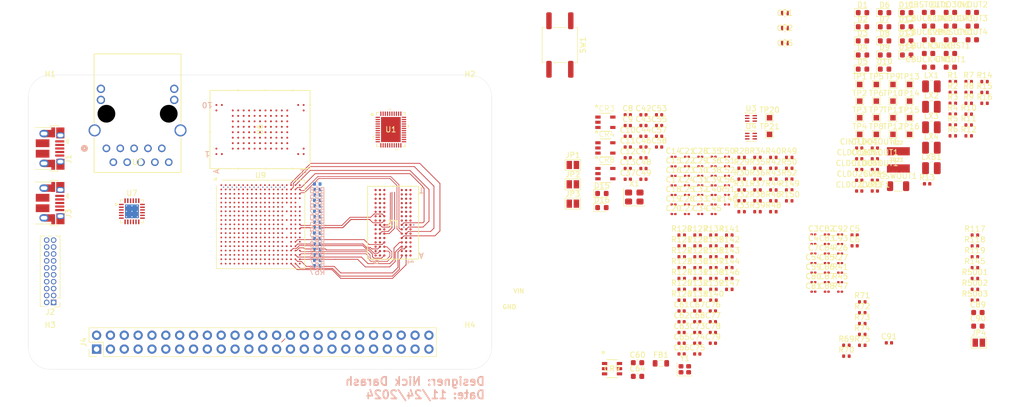
<source format=kicad_pcb>
(kicad_pcb (version 20241229) (generator "pcbnew") (generator_version "9.0")
  (layers (0 "F.Cu" signal "Front") (4 "In1.Cu" signal) (6 "In2.Cu" signal) (8 "In3.Cu" signal) (10 "In4.Cu" signal) (2 "B.Cu" signal "Back") (13 "F.Paste" user) (15 "B.Paste" user) (5 "F.SilkS" user "F.Silkscreen") (7 "B.SilkS" user "B.Silkscreen") (1 "F.Mask" user) (3 "B.Mask" user) (25 "Edge.Cuts" user))
  (net 0 "")
  (net 1 "/MPU/DDR_VREF")
  (net 2 "GND")
  (net 3 "/MPU/VDD_DDR")
  (net 4 "/MPU/OSC_IN")
  (net 5 "/MPU/VDDCORE")
  (net 6 "VDD")
  (net 7 "/MPU/VDD_DSI")
  (net 8 "/MPU/VDD1V2_DSI_PHY")
  (net 9 "/MPU/VDD3V3_USB")
  (net 10 "/MPU/VDDA")
  (net 11 "/MPU/VBUS_HOST")
  (net 12 "Net-(U8-RCT)")
  (net 13 "/Power/BSTOUT")
  (net 14 "VIN")
  (net 15 "/Power/INTLDO")
  (net 16 "/NAND/VDD")
  (net 17 "/Power/LDO3OUT")
  (net 18 "/Power/LDO5OUT")
  (net 19 "/Power/LDO6OUT")
  (net 20 "/MPU/VBUS_OTG")
  (net 21 "/MPU/USB_OTG_ID")
  (net 22 "/MPU/JTCK")
  (net 23 "/MPU/JTDI")
  (net 24 "/MPU/nTRST")
  (net 25 "/MPU/JTMS")
  (net 26 "/MPU/DBGRQ")
  (net 27 "/MPU/JTDO")
  (net 28 "/MPU/DBGACK")
  (net 29 "/Power/SCL")
  (net 30 "/Power/SDA")
  (net 31 "/MPU/UART4_RX")
  (net 32 "/Power/VOUT4")
  (net 33 "/MPU/ETH_CLK_R")
  (net 34 "/MPU/ETH1_RMII_TX_EN_R")
  (net 35 "/MPU/ETH1_RMII_TXD1_R")
  (net 36 "/MPU/ETH1_RMII_TXD0_R")
  (net 37 "/MPU/ETH1_MDIO")
  (net 38 "/MPU/ETH1_MDC_R")
  (net 39 "/MPU/OSC_OUT")
  (net 40 "/MPU/SDMMC2_CMD")
  (net 41 "/MPU/SDMMC2_CLK")
  (net 42 "/MPU/SDMMC2_D0")
  (net 43 "/Ethernet/GREEN")
  (net 44 "/Ethernet/YELLOW")
  (net 45 "/Ethernet/LED2")
  (net 46 "/Ethernet/MODE0")
  (net 47 "/Ethernet/MODE1")
  (net 48 "/Ethernet/MODE2")
  (net 49 "/Ethernet/REFCLKO")
  (net 50 "/MPU/PWR_ON")
  (net 51 "/MPU/A7")
  (net 52 "/MPU/A10")
  (net 53 "/MPU/A15")
  (net 54 "/MPU/SDMMC2_D4")
  (net 55 "/MPU/SDMMC2_D1")
  (net 56 "/MPU/SDMMC2_D7")
  (net 57 "/MPU/SDMMC2_D6")
  (net 58 "/MPU/SDMMC2_D2")
  (net 59 "/MPU/SDMMC2_D5")
  (net 60 "/MPU/SDMMC2_D3")
  (net 61 "/Ethernet/LED1")
  (net 62 "/MPU/SDMMC2_STROBE")
  (net 63 "/MPU/SDMMC2_RESET")
  (net 64 "/MPU/USB_D2_P")
  (net 65 "/MPU/USB_D2_N")
  (net 66 "/MPU/USB_D1_N")
  (net 67 "/MPU/USB_D1_P")
  (net 68 "/MPU/ETH1_RMII_REF_CLK")
  (net 69 "Net-(X1-Vdd)")
  (net 70 "/MPU/nRST_CORE")
  (net 71 "Net-(X1-EN)")
  (net 72 "/MPU/VDD1V8_DSI")
  (net 73 "/MPU/VDD1V1_REG")
  (net 74 "/Ethernet/VDDCR")
  (net 75 "/Ethernet/VDDA")
  (net 76 "Net-(C73-Pad2)")
  (net 77 "Net-(C74-Pad2)")
  (net 78 "GND_CHS")
  (net 79 "Net-(C76-Pad1)")
  (net 80 "Net-(C77-Pad1)")
  (net 81 "Net-(C78-Pad1)")
  (net 82 "Net-(C79-Pad1)")
  (net 83 "/NAND/VDDI")
  (net 84 "/MPU/UART4_CTS")
  (net 85 "/MPU/UART4_RTS")
  (net 86 "/MPU/UART4_TX")
  (net 87 "/Ethernet/TXP")
  (net 88 "/Ethernet/RXP")
  (net 89 "/Ethernet/RXN")
  (net 90 "/Ethernet/TXN")
  (net 91 "Net-(D1-K)")
  (net 92 "Net-(D2-K)")
  (net 93 "Net-(D3-K)")
  (net 94 "Net-(D4-K)")
  (net 95 "Net-(D5-K)")
  (net 96 "Net-(D6-K)")
  (net 97 "Net-(D7-K)")
  (net 98 "Net-(D8-K)")
  (net 99 "Net-(D9-K)")
  (net 100 "Net-(D10-K)")
  (net 101 "Net-(D11-K)")
  (net 102 "Net-(D12-K)")
  (net 103 "Net-(D13-K)")
  (net 104 "Net-(D14-K)")
  (net 105 "Net-(D15-K)")
  (net 106 "Net-(D16-K)")
  (net 107 "/MPU/OTG_N")
  (net 108 "/MPU/OTG_P")
  (net 109 "Net-(J2-RTCK)")
  (net 110 "/MPU/USB_N")
  (net 111 "/MPU/USB_P")
  (net 151 "unconnected-(J4-Pin_18-Pad18)")
  (net 153 "Net-(JP1-B)")
  (net 154 "/MPU/BOOT0")
  (net 155 "/MPU/BOOT1")
  (net 156 "Net-(JP2-B)")
  (net 157 "Net-(JP3-B)")
  (net 158 "/MPU/BOOT2")
  (net 159 "/NAND/DS_NAND")
  (net 160 "/Power/VLX3")
  (net 161 "/Power/VLX1")
  (net 162 "/Power/VLX4")
  (net 163 "/Power/VLX2")
  (net 164 "/Power/VLXBST")
  (net 165 "/Memory/ZQ")
  (net 166 "/MPU/DDR_CLKN")
  (net 167 "/MPU/DDR_CLKP")
  (net 168 "/Ethernet/ETH_CLK")
  (net 169 "/Ethernet/TXEN")
  (net 170 "/Ethernet/TXD1")
  (net 171 "/Ethernet/TXD0")
  (net 172 "/Ethernet/MDC")
  (net 173 "Net-(U2-BA0)")
  (net 174 "/MPU/DDR_BA0")
  (net 175 "Net-(U2-BA1)")
  (net 176 "/MPU/DDR_BA1")
  (net 177 "/MPU/DDR_BA2")
  (net 178 "Net-(U2-BA2)")
  (net 179 "/MPU/DDR_RESETn")
  (net 180 "/MPU/DDR_CKE")
  (net 181 "/MPU/ZQ")
  (net 182 "Net-(U2-A15)")
  (net 183 "Net-(U2-A14)")
  (net 184 "/MPU/A14")
  (net 185 "/MPU/A13")
  (net 186 "Net-(U2-A13)")
  (net 187 "Net-(U2-A12{slash}BC#)")
  (net 188 "/MPU/A12")
  (net 189 "Net-(U2-A11)")
  (net 190 "/MPU/A11")
  (net 191 "Net-(U2-A10{slash}AP)")
  (net 192 "/MPU/A9")
  (net 193 "Net-(U2-A9)")
  (net 194 "Net-(U2-A0)")
  (net 195 "/MPU/A0")
  (net 196 "Net-(U2-A1)")
  (net 197 "/MPU/A1")
  (net 198 "/MPU/A2")
  (net 199 "Net-(U2-A2)")
  (net 200 "/MPU/A3")
  (net 201 "Net-(U2-A3)")
  (net 202 "/MPU/A4")
  (net 203 "Net-(U2-A4)")
  (net 204 "/MPU/A5")
  (net 205 "Net-(U2-A5)")
  (net 206 "/MPU/A6")
  (net 207 "Net-(U2-A6)")
  (net 208 "/MPU/A8")
  (net 209 "Net-(U2-A8)")
  (net 210 "Net-(U2-A7)")
  (net 211 "Net-(U2-ODT)")
  (net 212 "/Memory/ODT")
  (net 213 "Net-(U2-RESET#)")
  (net 214 "Net-(U2-CKE)")
  (net 215 "/MPU/DDR_CS")
  (net 216 "Net-(U2-CS#)")
  (net 217 "/MPU/DDR_WE")
  (net 218 "Net-(U2-WE#)")
  (net 219 "Net-(U2-CAS#)")
  (net 220 "/MPU/DDR_CAS")
  (net 221 "/MPU/DDR_RAS")
  (net 222 "Net-(U2-RAS#)")
  (net 223 "Net-(U7-RBIAS)")
  (net 224 "Net-(U7-XTAL1{slash}CLKIN)")
  (net 225 "Net-(U7-XTAL2)")
  (net 226 "Net-(U8-VC2-)")
  (net 227 "Net-(U8-VC1-)")
  (net 228 "Net-(U8-VC2+)")
  (net 229 "Net-(U8-VC1+)")
  (net 230 "/Ethernet/PHYADDR")
  (net 231 "/MPU/USB_RREF")
  (net 232 "Net-(U9-DDR_DTO1)")
  (net 233 "Net-(U9-DDR_DTO0)")
  (net 235 "/Power/INTn")
  (net 236 "/Power/WAKEUP")
  (net 237 "/MPU/DQ12")
  (net 238 "/MPU/DDR_DQS0_P")
  (net 239 "/MPU/DDR_DQS1_N")
  (net 240 "/MPU/DQ8")
  (net 242 "/MPU/DQ5")
  (net 243 "/MPU/DDR_DQS1_P")
  (net 244 "/MPU/DQ1")
  (net 246 "/MPU/DQ3")
  (net 247 "/MPU/DQ15")
  (net 248 "/MPU/DQ6")
  (net 249 "/MPU/DQ0")
  (net 250 "/MPU/DQ11")
  (net 251 "/MPU/DQ10")
  (net 252 "/MPU/DQ7")
  (net 253 "/MPU/DQ4")
  (net 254 "/MPU/DQ9")
  (net 256 "/MPU/DQ13")
  (net 257 "/MPU/DDR_DQM0")
  (net 258 "/MPU/DDR_DQS0_N")
  (net 260 "/MPU/DDR_DQM1")
  (net 261 "/MPU/DQ14")
  (net 262 "/MPU/DQ2")
  (net 319 "/MPU/ETH_RESETn")
  (net 324 "/MPU/I2C_SCL")
  (net 327 "/MPU/I2C_SDA")
  (net 346 "/MPU/PWR_LP")
  (footprint "Capacitor_SMD:C_0201_0603Metric" (layer "F.Cu") (at 176.46 74.5)
    (property "Reference" "C85")
    (property "Value" "3.3nF")
  )
  (footprint "Capacitor_SMD:C_0201_0603Metric" (layer "F.Cu") (at 155.71 58.5)
    (property "Reference" "C38")
    (property "Value" "1uF")
  )
  (footprint "Capacitor_SMD:C_0201_0603Metric" (layer "F.Cu") (at 176.46 79.75)
    (property "Reference" "C88")
    (property "Value" "3.3nF")
  )
  (footprint "Resistor_SMD:R_0402_1005Metric" (layer "F.Cu") (at 202.49 45.19)
    (property "Reference" "R9")
    (property "Value" "680")
  )
  (footprint "Capacitor_SMD:C_0402_1005Metric" (layer "F.Cu") (at 142.83 47.3)
    (property "Reference" "C42")
    (property "Value" "1uF")
  )
  (footprint "Resistor_SMD:R_0402_1005Metric" (layer "F.Cu") (at 182.97 85.6)
    (property "Reference" "R73")
    (property "Value" "33")
  )
  (footprint "Inductor_SMD:L_1008_2520Metric" (layer "F.Cu") (at 195.65 42.09)
    (property "Reference" "LX1")
    (property "Value" "DFE252012P-1R0M=P2")
  )
  (footprint "TestPoint:TestPoint_Pad_1.0x1.0mm" (layer "F.Cu") (at 182.5 41.74)
    (property "Reference" "TP1")
    (property "Value" "TestPoint")
  )
  (footprint "Capacitor_SMD:C_0201_0603Metric" (layer "F.Cu") (at 148.36 56.75)
    (property "Reference" "C15")
    (property "Value" "1uF")
  )
  (footprint "Resistor_SMD:R_0402_1005Metric" (layer "F.Cu") (at 205.4 45.19)
    (property "Reference" "R16")
    (property "Value" "680")
  )
  (footprint "Resistor_SMD:R_0402_1005Metric" (layer "F.Cu") (at 158.58 71.36)
    (property "Reference" "R142")
    (property "Value" "4.75k")
  )
  (footprint "TestPoint:TestPoint_Pad_1.0x1.0mm" (layer "F.Cu") (at 185.55 47.84)
    (property "Reference" "TP7")
    (property "Value" "TestPoint")
  )
  (footprint "Resistor_SMD:R_0402_1005Metric" (layer "F.Cu") (at 202.49 51.16)
    (property "Reference" "R12")
    (property "Value" "1.5k")
  )
  (footprint "Resistor_SMD:R_0402_1005Metric" (layer "F.Cu") (at 199.58 49.17)
    (property "Reference" "R5")
    (property "Value" "680")
  )
  (footprint "Capacitor_SMD:C_0201_0603Metric" (layer "F.Cu") (at 178.91 71)
    (property "Reference" "C93")
    (property "Value" "3.3nF")
  )
  (footprint "Capacitor_SMD:C_0402_1005Metric" (layer "F.Cu") (at 139.96 57.15)
    (property "Reference" "C13")
    (property "Value" "10n")
  )
  (footprint "footprints:ARJM11C7-114-BA-EW2_ABR" (layer "F.Cu") (at 44.324251 53.455799)
    (property "Reference" "U8")
    (property "Value" "ARJM11C7-114-BA-EW2")
  )
  (footprint "Capacitor_SMD:C_0603_1608Metric" (layer "F.Cu") (at 204.18 86.07)
    (property "Reference" "C90")
    (property "Value" "4.7u")
  )
  (footprint "Jumper:SolderJumper-2_P1.3mm_Open_Pad1.0x1.5mm" (layer "F.Cu") (at 129.88 63.6)
    (property "Reference" "JP3")
    (property "Value" "SolderJumper_2_Open")
  )
  (footprint "Resistor_SMD:R_0402_1005Metric" (layer "F.Cu") (at 182.97 89.58)
    (property "Reference" "R75")
    (property "Value" "33")
  )
  (footprint "Capacitor_SMD:C_0402_1005Metric" (layer "F.Cu") (at 142.83 55.18)
    (property "Reference" "C47")
    (property "Value" "2.2uF")
  )
  (footprint "Resistor_SMD:R_0402_1005Metric" (layer "F.Cu") (at 203.63 77.33)
    (property "Reference" "R5001")
    (property "Value" "10k")
  )
  (footprint "Capacitor_SMD:C_0402_1005Metric" (layer "F.Cu") (at 182.41 53.4)
    (property "Reference" "CINTLDO1")
    (property "Value" "4.7u")
  )
  (footprint "footprints:WFQFN44_5X6_STM" (layer "F.Cu") (at 96.5 50)
    (property "Reference" "U1")
    (property "Value" "STPMIC1APQR")
  )
  (footprint "Resistor_SMD:R_0402_1005Metric" (layer "F.Cu") (at 152.76 69.37)
    (property "Reference" "R127")
    (property "Value" "0")
  )
  (footprint "Capacitor_SMD:C_0402_1005Metric" (layer "F.Cu") (at 182.41 57.34)
    (property "Reference" "CLDO1OUT1")
    (property "Value" "4.7u")
  )
  (footprint "Capacitor_SMD:C_0201_0603Metric" (layer "F.Cu") (at 176.46 71)
    (property "Reference" "C83")
    (property "Value" "3.3nF")
  )
  (footprint "Resistor_SMD:R_0402_1005Metric" (layer "F.Cu") (at 202.49 41.21)
    (property "Reference" "R7")
    (property "Value" "680")
  )
  (footprint "TestPoint:TestPoint_Pad_1.0x1.0mm" (layer "F.Cu") (at 182.5 44.79)
    (property "Reference" "TP2")
    (property "Value" "TestPoint")
  )
  (footprint "Resistor_SMD:R_0402_1005Metric" (layer "F.Cu") (at 166.66 59.1)
    (property "Reference" "R43")
    (property "Value" "22")
  )
  (footprint "Capacitor_SMD:C_0603_1608Metric" (layer "F.Cu") (at 199.14 31.03)
    (property "Reference" "CLDO3OUT1")
    (property "Value" "10u")
  )
  (footprint "LED_SMD:LED_0603_1608Metric" (layer "F.Cu") (at 183.02 33.74)
    (property "Reference" "D3")
    (property "Value" "Red")
  )
  (footprint "Capacitor_SMD:C_0201_0603Metric" (layer "F.Cu") (at 148.36 60.25)
    (property "Reference" "C17")
    (property "Value" "1uF")
  )
  (footprint "Resistor_SMD:R_0402_1005Metric" (layer "F.Cu") (at 149.85 81.31)
    (property "Reference" "R126")
    (property "Value" "12.1k")
  )
  (footprint "MountingHole:MountingHole_3.2mm_M3" (layer "F.Cu") (at 111 44)
    (property "Reference" "H2")
    (property "Value" "MountingHole")
  )
  (footprint "Resistor_SMD:R_0402_1005Metric" (layer "F.Cu") (at 163.75 63.08)
    (property "Reference" "R38")
    (property "Value" "10k")
  )
  (footprint "Resistor_SMD:R_0402_1005Metric" (layer "F.Cu") (at 152.76 77.33)
    (property "Reference" "R131")
    (property "Value" "75")
  )
  (footprint "Resistor_SMD:R_0402_1005Metric" (layer "F.Cu") (at 160.84 65.07)
    (property "Reference" "R33")
    (property "Value" "680")
  )
  (footprint "Resistor_SMD:R_0402_1005Metric" (layer "F.Cu") (at 169.57 61.09)
    (property "Reference" "R149")
    (property "Value" "0")
  )
  (footprint "Capacitor_SMD:C_0402_1005Metric" (layer "F.Cu") (at 142.83 59.12)
    (property "Reference" "C49")
    (property "Value" "2.2uF")
  )
  (footprint "Resistor_SMD:R_0201_0603Metric" (layer "F.Cu") (at 158.16 62)
    (property "Reference" "R51")
    (property "Value" "10k")
  )
  (footprint "Resistor_SMD:R_0402_1005Metric" (layer "F.Cu") (at 199.58 47.18)
    (property "Reference" "R4")
    (property "Value" "680")
  )
  (footprint "Resistor_SMD:R_0402_1005Metric" (layer "F.Cu") (at 203.63 69.37)
    (property "Reference" "R117")
    (property "Value" "10k")
  )
  (footprint "Resistor_SMD:R_0402_1005Metric" (layer "F.Cu") (at 152.76 73.35)
    (property "Reference" "R129")
    (property "Value" "0")
  )
  (footprint "Capacitor_SMD:C_0402_1005Metric" (layer "F.Cu") (at 149.83 85.26)
    (property "Reference" "C62")
    (property "Value" "470p")
  )
  (footprint "TestPoint:TestPoint_Pad_1.0x1.0mm" (layer "F.Cu") (at 188.6 44.79)
    (property "Reference" "TP10")
    (property "Value" "TestPoint")
  )
  (footprint "Resistor_SMD:R_0402_1005Metric" (layer "F.Cu") (at 180.06 91.57)
    (property "Reference" "R70")
    (property "Value" "33")
  )
  (footprint "Capacitor_SMD:C_0201_0603Metric" (layer "F.Cu") (at 150.81 55)
    (property "Reference" "C21")
    (property "Value" "1uF")
  )
  (footprint "footprints:ZDO_1610_STM" (layer "F.Cu") (at 168.7761 28.6413)
    (property "Reference" "CR1")
    (property "Value" "ESDA7P60-1U1M")
  )
  (footprint "Capacitor_SMD:C_0603_1608Metric" (layer "F.Cu") (at 199.14 33.54)
    (property "Reference" "CVBUSOTG1")
    (property "Value" "4.7u")
  )
  (footprint "Capacitor_SMD:C_0201_0603Metric" (layer "F.Cu") (at 153.26 60.25)
    (property "Reference" "C31")
    (property "Value" "1nF")
  )
  (footprint "Resistor_SMD:R_0402_1005Metric" (layer "F.Cu") (at 202.49 47.18)
    (property "Reference" "R10")
    (property "Value" "680")
  )
  (footprint "Resistor_SMD:R_0402_1005Metric" (layer "F.Cu") (at 149.85 75.34)
    (property "Reference" "R123")
    (property "Value" "49.9")
  )
  (footprint "Capacitor_SMD:C_0201_0603Metric" (layer "F.Cu") (at 153.26 58.5)
    (property "Reference" "C30")
    (property "Value" "1nF")
  )
  (footprint "Crystal:Crystal_SMD_2016-4Pin_2.0x1.6mm" (layer "F.Cu") (at 150.42 93.98)
    (property "Reference" "Y1")
    (property "Value" "25MHz")
  )
  (footprint "Button_Switch_SMD:SW_Push_1P1T_NO_CK_KSC6xxG" (layer "F.Cu") (at 127.5 34.5 90)
    (property "Reference" "SW1")
    (property "Value" "~")
  )
  (footprint "Capacitor_SMD:C_0603_1608Metric" (layer "F.Cu") (at 203.15 28.52)
    (property "Reference" "CVOUT2")
    (property "Value" "22u")
  )
  (footprint "Resistor_SMD:R_0402_1005Metric" (layer "F.Cu") (at 158.58 77.33)
    (property "Reference" "R146")
    (property "Value" "4.7k")
  )
  (footprint "Resistor_SMD:R_0201_0603Metric" (layer "F.Cu") (at 178.91 74.5)
    (property "Reference" "R27")
    (property "Value" "100")
  )
  (footprint "Capacitor_SMD:C_0201_0603Metric" (layer "F.Cu") (at 150.81 65.5)
    (property "Reference" "C27")
    (property "Value" "1uF")
  )
  (footprint "footprints:ZDO_1610_STM" (layer "F.Cu") (at 168.7761 34.1465)
    (property "Reference" "CR5")
    (property "Value" "ESDA7P60-1U1M")
  )
  (footprint "TestPoint:TestPoint_Pad_1.0x1.0mm" (layer "F.Cu") (at 165.96 47.84)
    (property "Reference" "TP20")
    (property "Value" "TestPoint")
  )
  (footprint "Resistor_SMD:R_0402_1005Metric" (layer "F.Cu") (at 203.63 81.31)
    (property "Reference" "R5003")
    (property "Value" "10k")
  )
  (footprint "Capacitor_SMD:C_0603_1608Metric" (layer "F.Cu") (at 199.14 36.05)
    (property "Reference" "CVLXBST1")
    (property "Value" "22u")
  )
  (footprint "Jumper:SolderJumper-2_P1.3mm_Open_Pad1.0x1.5mm" (layer "F.Cu") (at 129.88 60.05)
    (property "Reference" "JP2")
    (property "Value" "SolderJumper_2_Open")
  )
  (footprint "LED_SMD:LED_0603_1608Metric" (layer "F.Cu") (at 187.07 31.15)
    (property "Reference" "D7")
    (property "Value" "Red")
  )
  (footprint "LED_SMD:LED_0603_1608Metric" (layer "F.Cu") (at 135.21 64.32)
    (property "Reference" "D16")
    (property "Value" "Blue")
  )
  (footprint "Connector_PinHeader_2.54mm:PinHeader_2x25_P2.54mm_Vertical" (layer "F.Cu") (at 42.52 90.275 90)
    (property "Reference" "J4")
    (property "Value" "Conn_02x25_Counter_Clockwise")
  )
  (footprint "Inductor_SMD:L_1008_2520Metric" (layer "F.Cu") (at 195.65 49.59)
    (property "Reference" "LX3")
    (property "Value" "DFE252012P-1R0M=P2")
  )
  (footprint "Capacitor_SMD:C_0603_1608Metric" (layer "F.Cu") (at 203.15 31.03)
    (property "Reference" "CVOUT3")
    (property "Value" "22u")
  )
  (footprint "Capacitor_SMD:C_0402_1005Metric" (layer "F.Cu") (at 139.96 49.27)
    (property "Reference" "C9")
    (property "Value" "10n")
  )
  (footprint "Capacitor_SMD:C_0201_0603Metric" (layer "F.Cu") (at 150.81 58.5)
    (property "Reference" "C23")
    (property "Value" "1uF")
  )
  (footprint "Capacitor_SMD:C_0603_1608Metric" (layer "F.Cu") (at 141.75 92.77)
    (property "Reference" "C60")
    (property "Value" "4.7uF")
  )
  (footprint "LED_SMD:LED_0603_1608Metric" (layer "F.Cu") (at 135.21 61.73)
    (property "Reference" "D15")
    (property "Value" "Red")
  )
  (footprint "Resistor_SMD:R_0402_1005Metric" (layer "F.Cu") (at 152.76 71.36)
    (property "Reference" "R128")
    (property "Value" "0")
  )
  (footprint "Resistor_SMD:R_0402_1005Metric" (layer "F.Cu") (at 152.76 81.31)
    (property "Reference" "R133")
    (property "Value" "75")
  )
  (footprint "Capacitor_SMD:C_0402_1005Metric" (layer "F.Cu") (at 187.86 89.13)
    (property "Reference" "C91")
    (property "Value" "1uF")
  )
  (footprint "Resistor_SMD:R_0402_1005Metric" (layer "F.Cu") (at 160.84 57.11)
    (property "Reference" "R29")
    (property "Value" "1k")
  )
  (footprint "Resistor_SMD:R_0402_1005Metric" (layer "F.Cu") (at 158.58 73.35)
    (property "Reference" "R143")
    (property "Value" "4.75k")
  )
  (footprint "Resistor_SMD:R_0402_1005Metric" (layer "F.Cu") (at 155.67 73.35)
    (property "Reference" "R136")
    (property "Value" "4.75k")
  )
  (footprint "Capacitor_SMD:C_0603_1608Metric" (layer "F.Cu") (at 203.15 33.54)
    (property "Reference" "CVOUT4")
    (property "Value" "22u")
  )
  (footprint "Capacitor_SMD:C_0402_1005Metric" (layer "F.Cu") (at 155.57 87.23)
    (property "Reference" "C78")
    (property "Value" "1n")
  )
  (footprint "Capacitor_SMD:C_0201_0603Metric" (layer "F.Cu") (at 150.81 63.75)
    (property "Reference" "C26")
    (property "Value" "1uF")
  )
  (footprint "LED_SMD:LED_0603_1608Metric" (layer "F.Cu") (at 187.07 38.92)
    (property "Reference" "D10")
    (property "Value" "Red")
  )
  (footprint "Resistor_SMD:R_0402_1005Metric" (layer "F.Cu") (at 160.84 59.1)
    (property "Reference" "R30")
    (property "Value" "1k")
  )
  (footprint "Capacitor_SMD:C_0402_1005Metric" (layer "F.Cu") (at 155.57 89.2)
    (property "Reference" "C79")
    (property "Value" "1n")
  )
  (footprint "LED_SMD:LED_0402_1005Metric" (layer "F.Cu") (at 194.865 59.96)
    (property "Reference" "R13")
    (property "Value" "1.5k")
  )
  (footprint "Connector_USB:USB_Micro-B_Amphenol_10103594-0001LF_Horizontal" (layer "F.Cu") (at 34 63.5 -90)
    (property "Reference" "J3")
    (property "Value" "USB_OTG")
  )
  (footprint "TestPoint:TestPoint_Pad_1.0x1.0mm" (layer "F.Cu") (at 188.6 41.74)
    (property "Reference" "TP9")
    (property "Value" "TestPoint")
  )
  (footprint "LED_SMD:LED_0603_1608Metric" (layer "F.Cu") (at 187.07 36.33)
    (property "Reference" "D9")
    (property "Value" "Red")
  )
  (footprint "Inductor_SMD:L_0805_2012Metric" (layer "F.Cu") (at 146.03 92.89)
    (property "Reference" "FB1")
    (property "Value" "FerriteBead")
  )
  (footprint "Capacitor_SMD:C_0402_1005Metric" (layer "F.Cu") (at 182.41 61.28)
    (property "Reference" "CLDO2OUT1")
    (property "Value" "4.7u")
  )
  (footprint "Capacitor_SMD:C_0402_1005Metric" (layer "F.Cu") (at 155.57 85.26)
    (property "Reference" "C77")
    (property "Value" "1n")
  )
  (footprint "Capacitor_SMD:C_0402_1005Metric" (layer "F.Cu") (at 185.28 55.37)
    (property "Reference" "CLDO5OUT1")
    (property "Value" "4.7u")
  )
  (footprint "Resistor_SMD:R_0402_1005Metric" (layer "F.Cu") (at 169.57 57.11)
    (property "Reference" "R50")
    (property "Value" "10k")
  )
  (footprint "Capacitor_SMD:C_0201_0603Metric" (layer "F.Cu") (at 150.81 60.25)
    (property "Reference" "C24")
    (property "Value" "1uF")
  )
  (footprint "Capacitor_SMD:C_0201_0603Metric" (layer "F.Cu") (at 158.16 55)
    (property "Reference" "C50")
    (property "Value" "1uF")
  )
  (footprint "LED_SMD:LED_0603_1608Metric" (layer "F.Cu") (at 183.02 38.92)
    (property "Reference" "D5")
    (property "Value" "Red")
  )
  (footprint "Resistor_SMD:R_0402_1005Metric" (layer "F.Cu") (at 152.76 79.32)
    (property "Reference" "R132")
    (property "Value" "75")
  )
  (footprint "Capacitor_SMD:C_0402_1005Metric" (layer "F.Cu") (at 139.96 47.3)
    (property "Reference" "C8")
    (property "Value" "10n")
  )
  (footprint "Capacitor_SMD:C_0201_0603Metric" (layer "F.Cu") (at 148.36 55)
    (property "Reference" "C14")
    (property "Value" "1uF")
  )
  (footprint "Resistor_SMD:R_0402_1005Metric" (layer "F.Cu") (at 182.97 87.59)
    (property "Reference" "R74")
    (property "Value" "33")
  )
  (footprint "LED_SMD:LED_0603_1608Metric" (layer "F.Cu") (at 183.02 31.15)
    (property "Reference" "D2")
    (property "Value" "Red")
  )
  (footprint "Capacitor_SMD:C_0402_1005Metric" (layer "F.Cu") (at 185.28 61.28)
    (property "Reference" "CVREF1")
    (property "Value" "1u")
  )
  (footprint "TestPoint:TestPoint_Pad_1.0x1.0mm" (layer "F.Cu") (at 165.96 50.89)
    (property "Reference" "TP21")
    (property "Value" "TestPoint")
  )
  (footprint "Package_DFN_QFN:VQFN-24-1EP_4x4mm_P0.5mm_EP2.5x2.5mm_ThermalVias" (layer "F.Cu") (at 49 65)
    (property "Reference" "U7")
    (property "Value" "LAN8720A")
  )
  (footprint "Capacitor_SMD:C_0402_1005Metric" (layer "F.Cu") (at 142.83 57.15)
    (property "Reference" "C48")
    (property "Value" "2.2uF")
  )
  (footprint "Resistor_SMD:R_0402_1005Metric" (layer "F.Cu") (at 199.58 43.2)
    (property "Reference" "R2")
    (property "Value" "680")
  )
  (footprint "Resistor_SMD:R_0402_1005Metric" (layer "F.Cu") (at 166.66 65.07)
    (property "Reference" "R48")
    (property "Value" "0")
  )
  (footprint "TestPoint:TestPoint_Pad_1.0x1.0mm" (layer "F.Cu") (at 185.55 41.74)
    (property "Reference" "TP5")
    (property "Value" "TestPoint")
  )
  (footprint "Resistor_SMD:R_0402_1005Metric" (layer "F.Cu") (at 166.66 57.11)
    (property "Reference" "R42")
    (property "Value" "10k")
  )
  (footprint "MountingHole:MountingHole_3.2mm_M3" (layer "F.Cu") (at 34 44)
    (property "Reference" "H1")
    (property "Value" "MountingHole")
  )
  (footprint "Jumper:SolderJumper-2_P1.3mm_Open_Pad1.0x1.5mm" (layer "F.Cu") (at 129.88 56.5)
    (property "Reference" "JP1")
    (property "Value" "SolderJumper_2_Open")
  )
  (footprint "Capacitor_SMD:C_0603_1608Metric" (layer "F.Cu") (at 195.13 31.03)
    (property "Reference" "CBUCK1IN1")
    (property "Value" "10u")
  )
  (footprint "Resistor_SMD:R_0402_1005Metric" (layer "F.Cu") (at 202.49 49.17)
    (property "Reference" "R11")
    (property "Value" "680")
  )
  (footprint "Resistor_SMD:R_0402_1005Metric" (layer "F.Cu") (at 166.66 55.12)
    (property "Reference" "R40")
    (property "Value" "1.5k")
  )
  (footprint "Resistor_SMD:R_0402_1005Metric" (layer "F.Cu") (at 149.85 71.36)
    (property "Reference" "R121")
    (property "Value" "49.9")
  )
  (footprint "Capacitor_SMD:C_0402_1005Metric" (layer "F.Cu") (at 145.7 53.21)
    (property "Reference" "C58")
    (property "Value" "2.2uF")
  )
  (footprint "MountingHole:MountingHole_3.2mm_M3" (layer "F.Cu") (at 111 90)
    (property "Reference" "H4")
    (property "Value" "MountingHole")
  )
  (footprint "Package_BGA:ST_LFBGA-354_16x16mm_Layout19x19_P0.8mm" (layer "F.Cu") (at 72.6 67.4)
    (property "Reference" "U9")
    (property "Value" "STM32MP153AABx")
  )
  (footprint "TestPoint:TestPoint_Pad_1.0x1.0mm" (layer "F.Cu") (at 182.5 47.84)
    (property "Reference" "TP3")
    (property "Value" "TestPoint")
  )
  (footprint "TestPoint:TestPoint_Pad_1.0x1.0mm" (layer "F.Cu") (at 191.65 50.89)
    (property "Reference" "TP16")
    (property "Value" "TestPoint")
  )
  (footprint "Inductor_SMD:L_1008_2520Metric" (layer "F.Cu") (at 195.65 53.34)
    (property "Reference" "LX4")
    (property "Value" "DFE252012P-1R0M=P2")
  )
  (footprint "Capacitor_SMD:C_0402_1005Metric" (layer "F.Cu") (at 152.7 89.2)
    (property "Reference" "C74")
    (property "Value" "6p")
  )
  (footprint "Resistor_SMD:R_0402_1005Metric" (layer "F.Cu") (at 163.75 61.09)
    (property "Reference" "R37")
    (property "Value" "10k")
  )
  (footprint "Capacitor_SMD:C_0603_1608Metric" (layer "F.Cu") (at 141.75 95.28)
    (property "Reference" "C64")
    (property "Value" "4.7uF")
  )
  (footprint "Capacitor_SMD:C_0201_0603Metric" (layer "F.Cu") (at 148.36 63.75)
    (property "Reference" "C19")
    (property "Value" "1uF")
  )
  (footprint "Capacitor_SMD:C_0201_0603Metric" (layer "F.Cu") (at 174.01 79.75)
    (property "Reference" "C81")
    (property "Value" "3.3nF")
  )
  (footprint "Capacitor_SMD:C_0201_0603Metric" (layer "F.Cu") (at 155.71 65.5)
    (property "Reference" "C45")
    (property "Value" "1uF")
  )
  (footprint "LED_SMD:LED_0603_1608Metric" (layer "F.Cu") (at 187.07 33.74)
    (property "Reference" "D8")
    (property "Value" "Red")
  )
  (footprint "Connector_PinHeader_1.27mm:PinHeader_2x10_P1.27mm_Vertical" (layer "F.Cu") (at 34.635 81.715 180)
    (property "Reference" "J2")
    (property "Value" "Conn_ARM_JTAG_SWD_20")
  )
  (footprint "Capacitor_SMD:C_0603_1608Metric" (layer "F.Cu") (at 195.13 28.52)
    (property "Reference" "CBSTOUT1")
    (property "Value" "22u")
  )
  (footprint "Resistor_SMD:R_0402_1005Metric" (layer "F.Cu") (at 203.63 79.32)
    (property "Reference" "R5002")
    (property "Value" "10k")
  )
  (footprint "TestPoint:TestPoint_Pad_1.0x1.0mm" (layer "F.Cu") (at 191.65 44.79)
    (property "Reference" "TP14")
    (property "Value" "TestPoint")
  )
  (footprint "Capacitor_SMD:C_0402_1005Metric" (layer "F.Cu") (at 152.7 83.29)
    (property "Reference" "C67")
    (property "Value" "0.1uF")
  )
  (footprint "Capacitor_SMD:C_0402_1005Metric" (layer "F.Cu") (at 152.7 85.26)
    (property "Reference" "C68")
    (property "Value" "0.1uF")
  )
  (footprint "Capacitor_SMD:C_0201_0603Metric" (layer "F.Cu") (at 153.26 56.75)
    (property "Reference" "C29")
    (property "Value" "1uF")
  )
  (footprint "Resistor_SMD:R_0402_1005Metric" (layer "F.Cu") (at 163.75 55.12)
    (property "Reference" "R34")
    (property "Value" "22")
  )
  (footprint "Resistor_SMD:R_0402_1005Metric" (layer "F.Cu") (at 158.58 75.34)
    (property "Reference" "R144")
    (property "Value" "4.75k")
  )
  (footprint "footprints:TP420X150" (layer "F.Cu") (at 189.59 57.14)
    (property "Reference" "TP23")
    (property "Value" "RCWCTE")
  )
  (footprint "TestPoint:TestPoint_Pad_1.0x1.0mm" (layer "F.Cu") (at 191.65 47.84)
    (property "Reference" "TP15")
    (property "Value" "TestPoint")
  )
  (footprint "LED_SMD:LED_0603_1608Metric" (layer "F.Cu") (at 187.07 28.56)
    (property "Reference" "D6")
    (property "Value" "Red")
  )
  (footprint "Capacitor_SMD:C_0402_1005Metric" (layer "F.Cu") (at 145.7 47.3)
    (property "Reference" "C53")
    (property "Value" "1uF")
  )
  (footprint "Resistor_SMD:R_0402_1005Metric" (layer "F.Cu") (at 166.66 63.08)
    (property "Reference" "R46")
    (property "Value" "10k")
  )
  (footprint "Resistor_SMD:R_0402_1005Metric" (layer "F.Cu") (at 205.4 43.2)
    (property "Reference" "R15")
    (property "Value" "680")
  )
  (footprint "Resistor_SMD:R_0201_0603Metric" (layer "F.Cu") (at 178.91 76.25)
    (property "Reference" "R41")
    (property "Value" "33")
  )
  (footprint "Capacitor_SMD:C_0201_0603Metric" (layer "F.Cu") (at 150.81 56.75)
    (property "Reference" "C22")
    (property "Value" "1uF")
  )
  (footprint "Capacitor_SMD:C_0201_0603Metric" (layer "F.Cu") (at 158.16 60.25)
    (property "Reference" "C56")
    (property "Value" "100nF")
  )
  (footprint "Capacitor_SMD:C_0603_1608Metric" (layer "F.Cu") (at 199.14 38.56)
    (property "Reference" "CVOUT1")
    (property "Value" "22u")
  )
  (footprint "Resistor_SMD:R_0402_1005Metric" (layer "F.Cu") (at 166.66 61.09)
    (property "Reference" "R44")
    (property "Value" "10")
  )
  (footprint "Capacitor_SMD:C_0201_0603Metric" (layer "F.Cu") (at 148.36 65.5)
    (property "Reference" "C20")
    (property "Value" "1uF")
  )
  (footprint "Package_DFN_QFN:ST_UQFN-6L_1.5x1.7mm_P0.5mm" (layer "F.Cu") (at 162.56 47.955)
    (property "Reference" "U3")
    (property "Value" "ECMF02-2AMX6")
  )
  (footprint "Resistor_SMD:R_0402_1005Metric" (layer "F.Cu") (at 169.57 63.08)
    (property "Reference" "R150")
    (property "Value" "0")
  )
  (footprint "Resistor_SMD:R_0402_1005Metric" (layer "F.Cu") (at 155.67 81.31)
    (property "Reference" "R140")
    (property "Value" "0")
  )
  (footprint "footprints:FBGA100_ISI" (layer "F.Cu") (at 72.5 50.000007 90)
    (property "Reference" "U6")
    (property "Value" "IS21ES08GA-JQLI-TR")
  )
  (footprint "Capacitor_SMD:C_0402_1005Metric" (layer "F.Cu") (at 139.96 59.12)
    (property "Reference" "C37")
    (property "Value" "10uF")
  )
  (footprint "Resistor_SMD:R_0402_1005Metric" (layer "F.Cu") (at 180.06 89.58)
    (property "Reference" "R69")
    (property "Value" "33")
  )
  (footprint "LED_SMD:LED_0603_1608Metric" (layer "F.Cu") (at 191.12 31.15)
    (property "Reference" "D12")
    (property "Value" "Red")
  )
  (footprint "Capacitor_SMD:C_0402_1005Metric" (layer "F.Cu") (at 142.83 53.21)
    (property "Reference" "C46")
    (property "Value" "100n")
  )
  (footprint "Capacitor_SMD:C_0402_1005Metric" (layer "F.Cu") (at 145.7 51.24)
    (property "Reference" "C57")
    (property "Value" "100nF")
  )
  (footprint "TestPoint:TestPoint_Pad_1.0x1.0mm" (layer "F.Cu") (at 185.55 50.89)
    (property "Reference" "TP8")
    (property "Value" "TestPoint")
  )
  (footprint "Resistor_SMD:R_0402_1005Metric" (layer "F.Cu") (at 152.76 75.34)
    (property "Reference" "R130")
    (property "Value" "10k")
  )
  (footprint "Resistor_SMD:R_0402_1005Metric" (layer "F.Cu") (at 158.58 69.37)
    (property "Reference" "R141")
    (property "Value" "4.75k")
  )
  (footprint "Capacitor_SMD:C_0201_0603Metric" (layer "F.Cu") (at 155.71 60.25)
    (property "Reference" "C39")
    (property "Value" "1uF")
  )
  (footprint "Capacitor_SMD:C_0402_1005Metric" (layer "F.Cu") (at 152.7 91.17)
    (property "Reference" "C75")
    (property "Value" "22n")
  )
  (footprint "Capacitor_SMD:C_0402_1005Metric" (layer "F.Cu") (at 149.83 87.23)
    (property "Reference" "C63")
    (property "Value" "1uF")
  )
  (footprint "Package_DFN_QFN:ST_UQFN-6L_1.5x1.7mm_P0.5mm" (layer "F.Cu") (at 162.56 51.22)
    (property "Reference" "U4")
    (property "Value" "ECMF02-2AMX6")
  )
  (footprint "Resistor_SMD:R_0402_1005Metric" (layer "F.Cu") (at 155.67 71.36)
    (property "Reference" "R135")
    (property "Value" "4.75k")
  )
  (footprint "footprints:SOT23-6L_STM" (layer "F.Cu") (at 137.0694 93.8692)
    (property "Reference" "CR9")
    (property "Value" "USBLC6-4SC6")
  )
  (footprint "Capacitor_SMD:C_0402_1005Metric" (layer "F.Cu") (at 139.96 51.24)
    (property "Reference" "C10")
    (property "Value" "1n")
  )
  (footprint "TestPoint:TestPoint_Pad_1.0x1.0mm" (layer "F.Cu") (at 191.65 41.74)
    (property "Reference" "TP13")
    (property "Value" "TestPoint")
  )
  (footprint "Resistor_SMD:R_0201_0603Metric" (layer "F.Cu") (at 178.91 72.75)
    (property "Reference" "R26")
    (property "Value" "240")
  )
  (footprint "footprints:SOT323-5L" (layer "F.Cu") (at 135.8508 53.3736)
    (property "Reference" "CR4")
    (property "Value" "ESDALC6V1W5")
  )
  (footprint "Resistor_SMD:R_0402_1005Metric" (layer "F.Cu") (at 160.84 61.09)
    (property "Reference" "R31")
    (property "Value" "22")
  )
  (footprint "LED_SMD:LED_0603_1608Metric" (layer "F.Cu") (at 191.12 36.33)
    (property "Reference" "D14")
    (property "Value" "Red")
  )
  (footprint "Resistor_SMD:R_0402_1005Metric" (layer "F.Cu") (at 182.97 83.61)
    (property "Reference" "R72")
    (property "Value" "33")
  )
  (footprint "Capacitor_SMD:C_0201_0603Metric" (layer "F.Cu") (at 148.36 62)
    (property "Reference" "C18")
    (property "Value" "1uF")
  )
  (footprint "Capacitor_SMD:C_0402_1005Metric" (layer "F.Cu") (at 139.96 55.18)
    (property "Reference" "C12")
    (property "Value" "6.8p")
  )
  (footprint "Capacitor_SMD:C_0402_1005Metric" (layer "F.Cu") (at 139.96 53.21)
    (property "Reference" "C11")
    (property "Value" "6.8p")
  )
  (footprint "Capacitor_SMD:C_0201_0603Metric" (layer "F.Cu") (at 176.46 69.25)
    (property "Reference" "C82")
    (property "Value" "3.3nF")
  )
  (footprint "TestPoint:TestPoint_Pad_1.0x1.0mm" (layer "F.Cu") (at 188.6 47.84)
    (property "Reference" "TP11")
    (property "Value" "TestPoint")
  )
  (footprint "Capacitor_SMD:C_0402_1005Metric" (layer "F.Cu") (at 185.28 53.4)
    (property "Reference" "CLDO4OUT1")
    (property "Value" "4.7u")
  )
  (footprint "Resistor_SMD:R_0402_1005Metric" (layer "F.Cu") (at 160.84 63.08)
    (property "Reference" "R32")
    (property "Value" "680")
  )
  (footprint "Capacitor_SMD:C_0402_1005Metric" (layer "F.Cu") (at 142.83 51.24)
    (property "Reference" "C44")
    (property "Value" "1uF")
  )
  (footprint "Capacitor_SMD:C_0402_1005Metric" (layer "F.Cu") (at 142.83 49.27)
    (property "Reference" "C43")
    (property "Value" "1uF")
  )
  (footprint "Resistor_SMD:R_0402_1005Metric" (layer "F.Cu") (at 169.57 59.1)
    (property "Reference" "R52")
    (property "Value" "240")
  )
  (footprint "Resistor_SMD:R_0402_1005Metric" (layer "F.Cu") (at 155.67 77.33)
    (property "Reference" "R138")
    (property "Value" "4.75k")
  )
  (footprint "Resistor_SMD:R_0402_1005Metric" (layer "F.Cu") (at 205.4 41.21)
    (property "Reference" "R14")
    (property "Value" "680")
  )
  (footprint "Capacitor_SMD:C_0201_0603Metric" (layer "F.Cu") (at 178.91 69.25)
    (property "Reference" "C92")
    (property "Value" "3.3nF")
  )
  (footprint "Capacitor_SMD:C_0603_1608Metric" (layer "F.Cu") (at 195.13 33.54)
    (property "Reference" "CBUCK2IN1")
    (property "Value" "10u")
  )
  (footprint "Capacitor_SMD:C_0201_0603Metric" (layer "F.Cu") (at 153.26 65.5)
    (property "Reference" "C34")
    (property "Value" "3.3nF")
  )
  (footprint "Capacitor_SMD:C_0402_1005Metric" (layer "F.Cu") (at 149.83 83.29)
    (property "Reference" "C61")
    (property "Value" "0.1uF")
  )
  (footprint "Oscillator:Oscillator_SMD_Abracon_ASE-4Pin_3.2x2.5mm" (layer "F.Cu") (at 141.15 62.38)
    (property "Reference" "X1")
    (property "Value" "ASE-24MHz")
  )
  (footprint "Capacitor_SMD:C_0201_0603Metric" (layer "F.Cu") (at 153.26 63.75)
    (property "Reference" "C33")
    (property "Value" "3.3nF")
  )
  (footprint "Capacitor_SMD:C_0201_0603Metric" (layer "F.Cu") (at 174.01 74.5)
    (property "Reference" "C54")
    (property "Value" "3.3nF")
  )
  (footprint "Resistor_SMD:R_0402_1005Metric" (layer "F.Cu") (at 149.85 79.32)
    (property "Reference" "R125")
    (property "Value" "270")
  )
  (footprint "Jumper:SolderJumper-2_P1.3mm_Open_Pad1.0x1.5mm" (layer "F.Cu") (at 204.35 89.1)
    (property "Reference" "JP4")
    (property "Value" "SolderJumper_2_Open")
  )
  (footprint "Capacitor_SMD:C_0201_0603Metric" (layer "F.Cu") (at 174.01 76.25)
    (property "Reference" "C59")
    (property "Value" "3.3nF")
  )
  (footprint "Capacitor_SMD:C_0402_1005Metric" (layer "F.Cu") (at 149.83 91.17)
    (property "Reference" "C66")
    (property "Value" "0.1uF")
  )
  (footprint "Resistor_SMD:R_0201_0603Metric" (layer "F.Cu") (at 178.91 78)
    (property "Reference" "R45")
    (property "Value" "33")
  )
  (footprint "TestPoint:TestPoint_Pad_1.0x1.0mm" (layer "F.Cu") (at 185.55 44.79)
    (property "Reference" "TP6")
    (property "Value" "TestPoint")
  )
  (footprint "Capacitor_SMD:C_0201_0603Metric" (layer "F.Cu") (at 174.01 69.25)
    (property "Reference" "C3")
    (property "Value" "100n")
  )
  (footprint "Resistor_SMD:R_0402_1005Metric" (layer "F.Cu") (at 155.67 79.32)
    (property "Reference" "R139")
    (property "Value" "4.75k")
  )
  (footprint "Capacitor_SMD:C_0603_1608Metric" (layer "F.Cu") (at 195.13 38.56)
    (property "Reference" "CBUCK4IN1")
    (property "Value" "10u")
  )
  (footprint "Capacitor_SMD:C_0201_0603Metric" (layer "F.Cu") (at 174.01 78)
    (property "Reference" "C80")
    (property "Value" "3.3nF")
  )
  (footprint "Capacitor_SMD:C_0603_1608Metric" (layer "F.Cu") (at 204.18 83.56)
    (property "Reference" "C89")
    (property "Value" "4.7u")
  )
  (footprint "Resistor_SMD:R_0402_1005Metric" (layer "F.Cu") (at 149.85 73.35)
    (property "Reference" "R122")
    (property "Value" "49.9")
  )
  (footprint "Capacitor_SMD:C_0201_0603Metric" (layer "F.Cu") (at 148.36 58.5)
    (property "Reference" "C16")
    (property "Value" "1uF")
  )
  (footprint "footprints:SOT323-5L" (layer "F.Cu") (at 135.8508 48.6652)
    (property "Reference" "CR3")
    (property "Value" "ESDALC6V1W5")
  )
  (footprint "Capacitor_SMD:C_0402_1005Metric" (layer "F.Cu") (at 182.41 59.31)
    (property "Reference" "CLDO25IN1")
    (property "Value" "1u")
  )
  (footprint "Capacitor_SMD:C_0402_1005Metric" (layer "F.Cu") (at 152.7 87.23)
    (property "Reference" "C73")
    (property "Value" "6p")
  )
  (footprint "Capacitor_SMD:C_0402_1005Metric" (layer "F.Cu") (at 149.83 89.2)
    (property "Reference" "C65")
    (property "Value" "0.1uF")
  )
  (footprint "footprints:ZDO_1610_STM" (layer "F.Cu") (at 168.7761 31.3939)
    (property "Reference" "CR2")
    (property "Value" "ESDA7P60-1U1M")
  )
  (footprint "Capacitor_SMD:C_0402_1005Metric" (layer "F.Cu") (at 185.28 57.34)
    (property "Reference" "CLDO6OUT1")
    (property "Value" "4.7u")
  )
  (footprint "footprints:TW-BGA96L_9X13X1.2_ISI" (layer "F.Cu") (at 96.9 67.1 180)
    (property "Reference" "U2")
    (property "Value" "IS43TR16640C-125JBL")
  )
  (footprint "LED_SMD:LED_0603_1608Metric" (layer "F.Cu") (at 191.12 28.56)
    (property "Reference" "D11")
    (property "Value" "Red")
  )
  (footprint "Resistor_SMD:R_0402_1005Metric" (layer "F.Cu") (at 199.58 51.16)
    (property "Reference" "R6")
    (property "Value" "680")
  )
  (footprint "Resistor_SMD:R_0402_1005Metric" (layer "F.Cu") (at 163.75 59.1)
    (property "Reference" "R36")
    (property "Value" "22")
  )
  (footprint "Resistor_SMD:R_0402_1005Metric" (layer "F.Cu") (at 155.67 69.37)
    (property "Reference" "R134")
    (property "Value" "75")
  )
  (footprint "Capacitor_SMD:C_0201_0603Metric" (layer "F.Cu") (at 174.01 71)
    (property "Reference" "C4")
    (property "Value" "100n")
  )
  (footprint "Capacitor_SMD:C_0201_0603Metric" (layer "F.Cu") (at 176.46 76.25)
    (property "Reference" "C86")
    (property "Value" "3.3nF")
  )
  (footprint "Capacitor_SMD:C_0402_1005Metric" (layer "F.Cu") (at 182.41 55.37)
    (property "Reference" "CLDO16IN1")
    (property "Value" "1u")
  )
  (footprint "Capacitor_SMD:C_0201_0603Metric" (layer "F.Cu") (at 155.71 55)
    (property "Reference" "C35")
    (property "Value" "1uF")
  )
  (footprint "Resistor_SMD:R_0201_0603Metric" (layer "F.Cu") (at 178.91 79.75)
    (property "Reference" "R47")
    (property "Value" "33")
  )
  (footprint "Capacitor_SMD:C_0603_1608Metric" (layer "F.Cu") (at 199.14 28.52)
    (property "Reference" "CLDO3IN1")
    (property "Value" "10u")
  )
  (footprint "Capacitor_SMD:C_0201_0603Metric" (layer "F.Cu") (at 155.71 63.75)
    (property "Reference" "C41")
    (property "Value" "1uF")
  )
  (footprint "Resistor_SMD:R_0402_1005Metric" (layer "F.Cu") (at 203.63 71.36)
    (property "Reference" "R118")
    (property "Value" "10k")
  )
  (footprint "Capacitor_SMD:C_0201_0603Metric" (layer "F.Cu") (at 153.26 62)
    (property "Reference" "C32")
    (property "Value" "3.3nF")
  )
  (footprint "Capacitor_SMD:C_0201_0603Metric" (layer "F.Cu") (at 153.26 55)
    (property "Reference" "C28")
    (property "Value" "1uF")
  )
  (footprint "Resistor_SMD:R_0402_1005Metric" (layer "F.Cu") (at 160.84 55.12)
    (property "Reference" "R28")
    (property "Value" "1k")
  )
  (footprint "Capacitor_SMD:C_1206_3216Metric" (layer "F.Cu") (at 189.54 60.39)
    (property "Reference" "CSWOUT1")
    (property "Value" "220u")
  )
  (footprint "Capacitor_SMD:C_0603_1608Metric" (layer "F.Cu") (at 195.13 36.05)
    (property "Reference" "CBUCK3IN1")
    (property "Value" "10u")
  )
  (footprint "Resistor_SMD:R_0402_1005Metric" (layer "F.Cu") (at 163.75 57.11)
    (property "Reference" "R35")
    (property "Value" "22")
  )
  (footprint "Capacitor_SMD:C_0402_1005Metric" (layer "F.Cu") (at 155.57 83.29)
    (property "Reference" "C76")
    (property "Value" "1n")
  )
  (footprint "Capacitor_SMD:C_0201_0603Metric" (layer "F.Cu") (at 158.16 58.5)
    (property "Reference" "C52")
    (property "Value" "1uF")
  )
  (footprint "Capacitor_SMD:C_0201_0603Metric" (layer "F.Cu") (at 155.71 62)
    (property "Reference" "C40")
    (property "Value" "1uF")
  )
  (footprint "Inductor_SMD:L_1008_2520Metric" (layer "F.Cu") (at 195.65 45.84)
    (property "Reference" "LX2")
    (property "Value" "DFE252012P-1R0M=P2")
  )
  (footprint "Resistor_SMD:R_0402_1005Metric" (layer "F.Cu") (at 203.63 73.35)
    (property "Reference" "R119")
    (property "Value" "10k")
  )
  (footprint "Capacitor_SMD:C_0201_0603Metric" (layer "F.Cu") (at 174.01 72.75)
    (property "Reference" "C7")
    (property "Value" "1n")
  )
  (footprint "Resistor_SMD:R_0402_1005Metric" (layer "F.Cu") (at 182.97 81.62)
    (property "Reference" "R71")
    (property "Value" "33")
  )
  (footprint "footprints:TP420X150" (layer "F.Cu") (at 189.59 53.99)
    (property "Reference" "TP22")
    (property "Value" "RCWCTE")
  )
  (footprint "TestPoint:TestPoint_Pad_1.0x1.0mm" (layer "F.Cu") (at 188.6 50.89)
    (property "Reference" "TP12")
    (property "Value" "TestPoint")
  )
  (footprint "TestPoint:TestPoint_Pad_1.0x1.0mm" (layer "F.Cu") (at 182.5 50.89)
    (property "Reference" "TP4")
    (property "Value" "TestPoint")
  )
  (footprint "Resistor_SMD:R_0402_1005Metric" (layer "F.Cu") (at 155.67 75.34)
    (property "Reference" "R137")
    (property "Value" "4.75k")
  )
  (footprint "LED_SMD:LED_0603_1608Metric" (layer "F.Cu") (at 183.02 36.33)
    (property "Reference" "D4")
    (property "Value" "Red")
  )
  (footprint "Connector_USB:USB_Micro-B_Amphenol_10103594-0001LF_Horizontal" (layer "F.Cu") (at 34 53.5 -90)
    (property "Reference" "J1")
    (property "Value" "USB_OTG")
  )
  (footprint "MountingHole:MountingHole_3.2mm_M3" (layer "F.Cu") (at 34 90)
    (property "Reference" "H3")
    (property "Value" "MountingHole")
  )
  (footprint "Resistor_SMD:R_0402_1005Metric" (layer "F.Cu") (at 163.75 65.07)
    (property "Reference" "R39")
    (property "Value" "1.5k")
  )
  (footprint "Resistor_SMD:R_0402_1005Metric" (layer "F.Cu") (at 169.57 55.12)
    (property "Reference" "R49")
    (property "Value" "1k")
  )
  (footprint "Capacitor_SMD:C_0201_0603Metric" (layer "F.Cu") (at 176.46 78)
    (property "Reference" "C87")
    (property "Value" "3.3nF")
  )
  (footprint "Resistor_SMD:R_0402_1005Metric" (layer "F.Cu") (at 149.85 69.37)
    (property "Reference" "R120")
    (property "Value" "49.9")
  )
  (footprint "Capacitor_SMD:C_0201_0603Metric" (layer "F.Cu") (at 158.16 56.75)
    (property "Reference" "C51")
    (property "Value" "2.2uF")
  )
  (footprint "Capacitor_SMD:C_0402_1005Metric" (layer "F.Cu") (at 185.28 59.31)
    (property "Reference" "CVIN1")
    (property "Value" "4.7u")
  )
  (footprint "Capacitor_SMD:C_0402_1005Metric" (layer "F.Cu") (at 181.57 69.36)
    (property "Reference" "C5")
    (property "Value" "1u")
  )
  (footprint "Capacitor_SMD:C_0201_0603Metric" (layer "F.Cu") (at 176.46 72.75)
    (property "Reference" "C84")
    (property "Value" "3.3nF")
  )
  (footprint "Resistor_SMD:R_0402_1005Metric" (layer "F.Cu") (at 158.58 79.32)
    (property "Reference" "R147")
    (property "Value" "4.7k")
  )
  (footprint "Capacitor_SMD:C_0402_1005Metric" (layer "F.Cu") (at 181.57 71.33)
    (property "Reference" "C6")
    (property "Value" "100n")
  )
  (footprint "Resistor_SMD:R_0402_1005Metric" (layer "F.Cu") (at 202.49 43.2)
    (property "Reference" "R8")
    (property "Value" "680")
  )
  (footprint "Resistor_SMD:R_0402_1005Metric" (layer "F.Cu") (at 199.58 41.21)
    (property "Reference" "R1")
    (property "Value" "680")
  )
  (footprint "Resistor_SMD:R_0201_0603Metric" (layer "F.Cu") (at 158.16 63.75)
    (property "Reference" "R148")
    (property "Value" "3k")
  )
  (footprint "Capacitor_SMD:C_0402_1005Metric" (layer "F.Cu") (at 145.7 49.27)
    (property "Reference" "C55")
    (property "Value" "1uF")
  )
  (footprint "Capacitor_SMD:C_0201_0603Metric" (layer "F.Cu") (at 155.71 56.75)
    (property "Reference" "C36")
    (property "Value" "1uF")
  )
  (footprint "LED_SMD:LED_0603_1608Metric" (layer "F.Cu") (at 183.02 28.56)
    (property "Reference" "D1")
    (property "Value" "Red")
  )
  (footprint "Inductor_SMD:L_1008_2520Metric" (layer "F.Cu") (at 195.65 57.09)
    (property "Reference" "LXB1")
    (property "Value" "DFE252012P-1R0M=P2")
  )
  (footprint "LED_SMD:LED_0603_1608Metric" (layer "F.Cu") (at 191.12 33.74)
    (property "Reference" "D13")
    (property "Value" "Red")
  )
  (footprint "Resistor_SMD:R_0402_1005Metric" (layer "F.Cu") (at 203.63 75.34)
    (property "Reference" "R145")
    (property "Value" "10k")
  )
  (footprint "Resistor_SMD:R_0402_1005Metric" (layer "F.Cu") (at 199.58 45.19)
    (property "Reference" "R3")
    (property "Value" "680")
  )
  (footprint "Capacitor_SMD:C_0201_0603Metric" (layer "F.Cu") (at 150.81 62)
    (property "Reference" "C25")
    (property "Value" "1uF")
  )
  (footprint "Resistor_SMD:R_0402_1005Metric" (layer "F.Cu") (at 149.85 77.33)
    (property "Reference" "R124")
    (property "Value" "270")
  )
  (footprint "footprints:SOT323-5L" (layer "F.Cu") (at 135.8508 58.082)
    (property "Reference" "CR8")
    (property "Value" "ESDALC6V1W5")
  )
  (footprint "Resistor_SMD:R_0402_1005Metric" (layer "B.Cu") (at 83 65)
    (property "Reference" "R60")
    (property "Value" "33")
  )
  (footprint "Resistor_SMD:R_0402_1005Metric" (layer "B.Cu") (at 83 66)
    (property "Reference" "R65")
    (property "Value" "33")
  )
  (footprint "Resistor_SMD:R_0402_1005Metric" (layer "B.Cu") (at 83 75)
    (property "Reference" "R67")
    (property "Value" "33")
  )
  (footprint "Resistor_SMD:R_0402_1005Metric" (layer "B.Cu") (at 83 68)
    (property "Reference" "R53")
    (property "Value" "33")
  )
  (footprint "Resistor_SMD:R_0402_1005Metric" (layer "B.Cu") (at 83 72)
    (property "Reference" "R66")
    (property "Value" "33")
  )
  (footprint "Resistor_SMD:R_0402_1005Metric" (layer "B.Cu") (at 83 70)
    (property "Reference" "R58")
    (property "Value" "33")
  )
  (footprint "Resistor_SMD:R_0402_1005Metric" (layer "B.Cu") (at 83 67)
    (property "Reference" "R56")
    (property "Value" "33")
  )
  (footprint "Resistor_SMD:R_0402_1005Metric" (layer "B.Cu") (at 83 73)
    (property "Reference" "R57")
    (property "Value" "33")
  )
  (footprint "Resistor_SMD:R_0402_1005Metric" (layer "B.Cu") (at 83 62)
    (property "Reference" "R63")
    (property "Value" "33")
  )
  (footprint "Resistor_SMD:R_0402_1005Metric" (layer "B.Cu") (at 83 61)
    (property "Reference" "R55")
    (property "Value" "33")
  )
  (footprint "Resistor_SMD:R_0402_1005Metric" (layer "B.Cu") (at 83 63)
    (property "Reference" "R59")
    (property "Value" "33")
  )
  (footprint "Resistor_SMD:R_0402_1005Metric" (layer "B.Cu") (at 83 69)
    (property "Reference" "R61")
    (property "Value" "33")
  )
  (footprint "Resistor_SMD:R_0402_1005Metric" (layer "B.Cu") (at 83 64)
    (property "Reference" "R62")
    (property "Value" "33")
  )
  (footprint "Resistor_SMD:R_0402_1005Metric" (layer "B.Cu") (at 83 74)
    (property "Reference" "R64")
    (property "Value" "33")
  )
  (footprint "Resistor_SMD:R_0402_1005Metric" (layer "B.Cu") (at 83 71)
    (property "Reference" "R54")
    (property "Value" "33")
  )
  (footprint "Resistor_SMD:R_0402_1005Metric" (layer "B.Cu") (at 83 60)
    (property "Reference" "R68")
    (property "Value" "33")
  )
  (gr_arc (start 34 94) (mid 31.171573 92.828427) (end 30 90) (stroke (width 0.0381)) (layer "Edge.Cuts"))
  (gr_arc (start 115 90) (mid 113.828427 92.828427) (end 111 94) (stroke (width 0.0381)) (layer "Edge.Cuts"))
  (gr_line (start 111 94) (end 34 94) (stroke (width 0.05)) (layer "Edge.Cuts"))
  (gr_line (start 115 44) (end 115 90) (stroke (width 0.05)) (layer "Edge.Cuts"))
  (gr_line (start 34 40) (end 111 40) (stroke (width 0.05)) (layer "Edge.Cuts"))
  (gr_line (start 30 90) (end 30 44) (stroke (width 0.05)) (layer "Edge.Cuts"))
  (gr_arc (start 30 44) (mid 31.171573 41.171573) (end 34 40) (stroke (width 0.0381)) (layer "Edge.Cuts"))
  (gr_arc (start 111 40) (mid 113.828427 41.171573) (end 115 44) (stroke (width 0.0381)) (layer "Edge.Cuts"))
  (gr_text "GND" (at 116.9 83 0) (layer "F.SilkS") (effects (font (size 0.8128 0.8128) (thickness 0.1524) (bold yes)) (justify left bottom)))
  (gr_text "VIN" (at 118.9 80.1 0) (layer "F.SilkS") (effects (font (size 0.8128 0.8128) (thickness 0.1524) (bold yes)) (justify left bottom)))
  (gr_text "Designer: Nick Darash\nDate: 11/24/2024" (at 113.9 95.3 0) (layer "B.SilkS") (effects (font (size 1.524 1.524) (thickness 0.3048) (bold yes)) (justify left top mirror)))
  (via (at 73.8 60.6) (size 0.25) (drill 0.15) (layers "F.Cu" "B.Cu") (net 0))
  (via (at 98.9 67.9) (size 0.25) (drill 0.15) (layers "F.Cu" "B.Cu") (net 0))
  (via (at 69 60.6) (size 0.25) (drill 0.15) (layers "F.Cu" "B.Cu") (net 0))
  (via (at 65.8 60.6) (size 0.25) (drill 0.15) (layers "F.Cu" "B.Cu") (net 0))
  (via (at 67.4 60.6) (size 0.25) (drill 0.15) (layers "F.Cu" "B.Cu") (net 0))
  (via (at 75.4 60.6) (size 0.25) (drill 0.15) (layers "F.Cu" "B.Cu") (net 0))
  (via (at 73 60.6) (size 0.25) (drill 0.15) (layers "F.Cu" "B.Cu") (net 0))
  (via (at 76.2 60.6) (size 0.25) (drill 0.15) (layers "F.Cu" "B.Cu") (net 0))
  (via (at 71.4 60.6) (size 0.25) (drill 0.15) (layers "F.Cu" "B.Cu") (net 0))
  (via (at 100.7 67.5) (size 0.25) (drill 0.15) (layers "F.Cu" "B.Cu") (net 0))
  (via (at 66.6 60.6) (size 0.25) (drill 0.15) (layers "F.Cu" "B.Cu") (net 0))
  (via (at 69.8 60.6) (size 0.25) (drill 0.15) (layers "F.Cu" "B.Cu") (net 0))
  (via (at 70.6 60.6) (size 0.25) (drill 0.15) (layers "F.Cu" "B.Cu") (net 0))
  (via (at 72.2 60.6) (size 0.25) (drill 0.15) (layers "F.Cu" "B.Cu") (net 0))
  (via (at 74.6 60.6) (size 0.25) (drill 0.15) (layers "F.Cu" "B.Cu") (net 0))
  (via (at 77 60.6) (size 0.25) (drill 0.15) (layers "F.Cu" "B.Cu") (net 0))
  (via (at 68.2 60.6) (size 0.25) (drill 0.15) (layers "F.Cu" "B.Cu") (net 0))
  (segment (start 76.5 88.96) (end 76.5 89) (width 0.1) (layer "F.Cu") (net 151))
  (segment (start 77.095 88.365) (end 76.5 88.96) (width 0.1) (layer "F.Cu") (net 151))
  (segment (start 89.015832 66.0968) (end 92.8032 66.0968) (width 0.127) (layer "F.Cu") (net 166))
  (segment (start 93.4 65.5) (end 94.899999 65.5) (width 0.127) (layer "F.Cu") (net 166))
  (segment (start 87.515833 67.596799) (end 89.015832 66.0968) (width 0.127) (layer "F.Cu") (net 166))
  (segment (start 94.899999 65.5) (end 95.3 65.900001) (width 0.127) (layer "F.Cu") (net 166))
  (segment (start 79.996799 67.596799) (end 87.515833 67.596799) (width 0.127) (layer "F.Cu") (net 166))
  (segment (start 79.8 67.4) (end 79.996799 67.596799) (width 0.127) (layer "F.Cu") (net 166))
  (segment (start 92.8032 66.0968) (end 93.4 65.5) (width 0.127) (layer "F.Cu") (net 166))
  (segment (start 92.6032 66.5032) (end 89.184168 66.5032) (width 0.1524) (layer "F.Cu") (net 167))
  (segment (start 79.996799 68.003201) (end 79.8 68.2) (width 0.1524) (layer "F.Cu") (net 167))
  (segment (start 92.7016 66.6016) (end 92.6032 66.5032) (width 0.1524) (layer "F.Cu") (net 167))
  (segment (start 89.184168 66.5032) (end 87.684167 68.003201) (width 0.1524) (layer "F.Cu") (net 167))
  (segment (start 94.9 67.1) (end 95.3 66.7) (width 0.127) (layer "F.Cu") (net 167))
  (segment (start 93.2 67.1) (end 94.9 67.1) (width 0.127) (layer "F.Cu") (net 167))
  (segment (start 87.684167 68.003201) (end 79.996799 68.003201) (width 0.1524) (layer "F.Cu") (net 167))
  (segment (start 92.7016 66.6016) (end 93.2 67.1) (width 0.127) (layer "F.Cu") (net 167))
  (segment (start 98.072 75.628) (end 98.072 73.828) (width 0.127) (layer "F.Cu") (net 237))
  (segment (start 85.794441 75.472) (end 87.22244 76.9) (width 0.127) (layer "F.Cu") (net 237))
  (segment (start 79.872 75.472) (end 85.794441 75.472) (width 0.127) (layer "F.Cu") (net 237))
  (segment (start 87.22244 76.9) (end 96.8 76.9) (width 0.127) (layer "F.Cu") (net 237))
  (segment (start 98.072 73.828) (end 98.5 73.4) (width 0.127) (layer "F.Cu") (net 237))
  (segment (start 96.8 76.9) (end 98.072 75.628) (width 0.127) (layer "F.Cu") (net 237))
  (segment (start 98.5 73.4) (end 98.5 73.1) (width 0.127) (layer "F.Cu") (net 237))
  (segment (start 79 74.6) (end 79.872 75.472) (width 0.127) (layer "F.Cu") (net 237))
  (segment (start 79.8 61.8) (end 80.01825 61.58175) (width 0.1095) (layer "F.Cu") (net 238))
  (segment (start 97.61825 60.275284) (end 97.61825 68.21825) (width 0.1095) (layer "F.Cu") (net 238))
  (segment (start 80.675284 61.58175) (end 83.275284 58.98175) (width 0.1095) (layer "F.Cu") (net 238))
  (segment (start 80.01825 61.58175) (end 80.675284 61.58175) (width 0.1095) (layer "F.Cu") (net 238))
  (segment (start 97.61825 68.21825) (end 98.5 69.1) (width 0.1095) (layer "F.Cu") (net 238))
  (segment (start 96.324716 58.98175) (end 97.61825 60.275284) (width 0.1095) (layer "F.Cu") (net 238))
  (segment (start 83.275284 58.98175) (end 96.324716 58.98175) (width 0.1095) (layer "F.Cu") (net 238))
  (segment (start 96.31825 73.224716) (end 96.31825 72.575284) (width 0.1095) (layer "F.Cu") (net 239))
  (segment (start 92.68175 73.024716) (end 92.68175 73.524716) (width 0.1095) (layer "F.Cu") (net 239))
  (segment (start 80.01825 72.41825) (end 92.075284 72.41825) (width 0.1095) (layer "F.Cu") (net 239))
  (segment (start 79.8 72.2) (end 80.01825 72.41825) (width 0.1095) (layer "F.Cu") (net 239))
  (segment (start 96.31825 72.575284) (end 96.042966 72.3) (width 0.1095) (layer "F.Cu") (net 239))
  (segment (start 92.975284 73.81825) (end 95.724716 73.81825) (width 0.1095) (layer "F.Cu") (net 239))
  (segment (start 95.724716 73.81825) (end 96.31825 73.224716) (width 0.1095) (layer "F.Cu") (net 239))
  (segment (start 92.68175 73.524716) (end 92.975284 73.81825) (width 0.1095) (layer "F.Cu") (net 239))
  (segment (start 96.042966 72.3) (end 95.3 72.3) (width 0.1095) (layer "F.Cu") (net 239))
  (segment (start 92.075284 72.41825) (end 92.68175 73.024716) (width 0.1095) (layer "F.Cu") (net 239))
  (segment (start 91.6 70.2) (end 92.5 71.1) (width 0.127) (layer "F.Cu") (net 240))
  (segment (start 79 70.6) (end 79.4 70.2) (width 0.127) (layer "F.Cu") (net 240))
  (segment (start 94.9 71.1) (end 95.3 70.7) (width 0.127) (layer "F.Cu") (net 240))
  (segment (start 92.5 71.1) (end 94.9 71.1) (width 0.127) (layer "F.Cu") (net 240))
  (segment (start 79.4 70.2) (end 91.6 70.2) (width 0.127) (layer "F.Cu") (net 240))
  (segment (start 95.8 67.9) (end 96.2 67.9) (width 0.127) (layer "F.Cu") (net 242))
  (segment (start 94.9 67.9) (end 95.8 67.9) (width 0.127) (layer "F.Cu") (net 242))
  (segment (start 94.5 67.5) (end 94.9 67.9) (width 0.127) (layer "F.Cu") (net 242))
  (segment (start 96.2 67.9) (end 96.4 67.7) (width 0.127) (layer "F.Cu") (net 242))
  (segment (start 91.924716 72.78175) (end 92.31825 73.175284) (width 0.1095) (layer "F.Cu") (net 243))
  (segment (start 92.31825 73.675284) (end 92.824716 74.18175) (width 0.1095) (layer "F.Cu") (net 243))
  (segment (start 92.31825 73.175284) (end 92.31825 73.675284) (width 0.1095) (layer "F.Cu") (net 243))
  (segment (start 96.68175 72.424716) (end 95.757034 71.5) (width 0.1095) (layer "F.Cu") (net 243))
  (segment (start 92.824716 74.18175) (end 95.875284 74.18175) (width 0.1095) (layer "F.Cu") (net 243))
  (segment (start 79.8 73) (end 80.01825 72.78175) (width 0.1095) (layer "F.Cu") (net 243))
  (segment (start 80.01825 72.78175) (end 91.924716 72.78175) (width 0.1095) (layer "F.Cu") (net 243))
  (segment (start 96.68175 73.375284) (end 96.68175 72.424716) (width 0.1095) (layer "F.Cu") (net 243))
  (segment (start 95.875284 74.18175) (end 96.68175 73.375284) (width 0.1095) (layer "F.Cu") (net 243))
  (segment (start 95.757034 71.5) (end 95.3 71.5) (width 0.1095) (layer "F.Cu") (net 243))
  (segment (start 102.4 67.9) (end 99.7 67.9) (width 0.127) (layer "F.Cu") (net 244))
  (segment (start 103.5 66.8) (end 102.4 67.9) (width 0.127) (layer "F.Cu") (net 244))
  (segment (start 99.7 67.9) (end 99.3 68.3) (width 0.127) (layer "F.Cu") (net 244))
  (segment (start 79 60.2) (end 81.7 57.5) (width 0.127) (layer "F.Cu") (net 244))
  (segment (start 81.7 57.5) (end 100 57.5) (width 0.127) (layer "F.Cu") (net 244))
  (segment (start 100 57.5) (end 103.5 61) (width 0.127) (layer "F.Cu") (net 244))
  (segment (start 103.5 61) (end 103.5 66.8) (width 0.127) (layer "F.Cu") (net 244))
  (segment (start 100.8 56.8) (end 104.4 60.4) (width 0.127) (layer "F.Cu") (net 246))
  (segment (start 78.6 60.6) (end 78.6 59.9) (width 0.127) (layer "F.Cu") (net 246))
  (segment (start 99.7 68.7) (end 99.3 69.1) (width 0.127) (layer "F.Cu") (net 246))
  (segment (start 78.2 61) (end 78.6 60.6) (width 0.127) (layer "F.Cu") (net 246))
  (segment (start 104.4 68.1) (end 103.8 68.7) (width 0.127) (layer "F.Cu") (net 246))
  (segment (start 104.4 60.4) (end 104.4 68.1) (width 0.127) (layer "F.Cu") (net 246))
  (segment (start 103.8 68.7) (end 99.7 68.7) (width 0.127) (layer "F.Cu") (net 246))
  (segment (start 78.6 59.9) (end 81.7 56.8) (width 0.127) (layer "F.Cu") (net 246))
  (segment (start 81.7 56.8) (end 100.8 56.8) (width 0.127) (layer "F.Cu") (net 246))
  (segment (start 85.7 75.7) (end 87.3 77.3) (width 0.127) (layer "F.Cu") (net 247))
  (segment (start 78.2 74.6) (end 79.3 75.7) (width 0.127) (layer "F.Cu") (net 247))
  (segment (start 87.3 77.3) (end 96.8 77.3) (width 0.127) (layer "F.Cu") (net 247))
  (segment (start 96.8 77.3) (end 99.3 74.8) (width 0.127) (layer "F.Cu") (net 247))
  (segment (start 79.3 75.7) (end 85.7 75.7) (width 0.127) (layer "F.Cu") (net 247))
  (segment (start 99.3 74.8) (end 99.3 73.1) (width 0.127) (layer "F.Cu") (net 247))
  (segment (start 96.4 67.1) (end 96.4 61.6) (width 0.127) (layer "F.Cu") (net 248))
  (segment (start 96 67.5) (end 96.2 67.3) (width 0.127) (layer "F.Cu") (net 248))
  (segment (start 95.3 67.5) (end 96 67.5) (width 0.127) (layer "F.Cu") (net 248))
  (segment (start 96.2 67.3) (end 96.4 67.1) (width 0.127) (layer "F.Cu") (net 248))
  (segment (start 98.9 69.5) (end 104.6 69.5) (width 0.127) (layer "F.Cu") (net 249))
  (segment (start 105.5 68.6) (end 105.5 59.9) (width 0.127) (layer "F.Cu") (net 249))
  (segment (start 78.2 59.8) (end 78.2 60.2) (width 0.127) (layer "F.Cu") (net 249))
  (segment (start 81.8 56.2) (end 78.2 59.8) (width 0.127) (layer "F.Cu") (net 249))
  (segment (start 98.5 69.9) (end 98.9 69.5) (width 0.127) (layer "F.Cu") (net 249))
  (segment (start 101.8 56.2) (end 81.8 56.2) (width 0.127) (layer "F.Cu") (net 249))
  (segment (start 105.5 59.9) (end 101.8 56.2) (width 0.127) (layer "F.Cu") (net 249))
  (segment (start 104.6 69.5) (end 105.5 68.6) (width 0.127) (layer "F.Cu") (net 249))
  (segment (start 98.3 71.5) (end 98.5 71.5) (width 0.127) (layer "F.Cu") (net 250))
  (segment (start 97.3 74.2) (end 97.3 72.5) (width 0.127) (layer "F.Cu") (net 250))
  (segment (start 86.2 73.8) (end 90.4 73.8) (width 0.127) (layer "F.Cu") (net 250))
  (segment (start 96.3 75.2) (end 97.3 74.2) (width 0.127) (layer "F.Cu") (net 250))
  (segment (start 79.8 73.8) (end 86.2 73.8) (width 0.127) (layer "F.Cu") (net 250))
  (segment (start 97.3 72.5) (end 98.3 71.5) (width 0.127) (layer "F.Cu") (net 250))
  (segment (start 86.2 73.8) (end 86.3 73.8) (width 0.127) (layer "F.Cu") (net 250))
  (segment (start 91.8 75.2) (end 96.3 75.2) (width 0.127) (layer "F.Cu") (net 250))
  (segment (start 90.4 73.8) (end 91.8 75.2) (width 0.127) (layer "F.Cu") (net 250))
  (segment (start 92 71.6) (end 92.7 71.6) (width 0.127) (layer "F.Cu") (net 251))
  (segment (start 91.4 71) (end 92 71.6) (width 0.127) (layer "F.Cu") (net 251))
  (segment (start 93 71.9) (end 94.1 71.9) (width 0.127) (layer "F.Cu") (net 251))
  (segment (start 92.7 71.6) (end 93 71.9) (width 0.127) (layer "F.Cu") (net 251))
  (segment (start 79.4 71) (end 91.4 71) (width 0.127) (layer "F.Cu") (net 251))
  (segment (start 94.1 71.9) (end 94.5 71.5) (width 0.127) (layer "F.Cu") (net 251))
  (segment (start 79 71.4) (end 79.4 71) (width 0.127) (layer "F.Cu") (net 251))
  (segment (start 102.3 60.5) (end 102.3 60.4) (width 0.127) (layer "F.Cu") (net 252))
  (segment (start 79.4 60.6) (end 79 61) (width 0.127) (layer "F.Cu") (net 252))
  (segment (start 102.4 67.1) (end 102.6 66.9) (width 0.127) (layer "F.Cu") (net 252))
  (segment (start 80.1 60.6) (end 79.4 60.6) (width 0.127) (layer "F.Cu") (net 252))
  (segment (start 82.6 58.1) (end 80.1 60.6) (width 0.127) (layer "F.Cu") (net 252))
  (segment (start 100 58.1) (end 82.6 58.1) (width 0.127) (layer "F.Cu") (net 252))
  (segment (start 98.5 67.5) (end 98.9 67.1) (width 0.127) (layer "F.Cu") (net 252))
  (segment (start 102.6 60.8) (end 102.3 60.5) (width 0.127) (layer "F.Cu") (net 252))
  (segment (start 98.9 67.1) (end 102.4 67.1) (width 0.127) (layer "F.Cu") (net 252))
  (segment (start 102.3 60.4) (end 100 58.1) (width 0.127) (layer "F.Cu") (net 252))
  (segment (start 102.6 66.9) (end 102.6 60.8) (width 0.127) (layer "F.Cu") (net 252))
  (segment (start 97 68.3) (end 97.2 68.1) (width 0.127) (layer "F.Cu") (net 253))
  (segment (start 97.2 68.1) (end 97.2 61.5) (width 0.127) (layer "F.Cu") (net 253))
  (segment (start 95.3 69.1) (end 96.2 69.1) (width 0.127) (layer "F.Cu") (net 253))
  (segment (start 96.2 69.1) (end 97 68.3) (width 0.127) (layer "F.Cu") (net 253))
  (segment (start 91.90556 71.828) (end 92.528 71.828) (width 0.127) (layer "F.Cu") (net 254))
  (segment (start 94.1 72.7) (end 94.5 72.3) (width 0.127) (layer "F.Cu") (net 254))
  (segment (start 93.4 72.7) (end 94.1 72.7) (width 0.127) (layer "F.Cu") (net 254))
  (segment (start 78.2 72.2) (end 78.6 71.8) (width 0.127) (layer "F.Cu") (net 254))
  (segment (start 78.6 71.8) (end 79.2 71.8) (width 0.127) (layer "F.Cu") (net 254))
  (segment (start 79.2 71.8) (end 79.7 71.3) (width 0.127) (layer "F.Cu") (net 254))
  (segment (start 92.528 71.828) (end 93.4 72.7) (width 0.127) (layer "F.Cu") (net 254))
  (segment (start 79.7 71.3) (end 91.37756 71.3) (width 0.127) (layer "F.Cu") (net 254))
  (segment (start 91.37756 71.3) (end 91.90556 71.828) (width 0.127) (layer "F.Cu") (net 254))
  (segment (start 79 72.2) (end 79.2 72.2) (width 0.127) (layer "F.Cu") (net 256))
  (segment (start 93.1 73.3) (end 93.4 73.6) (width 0.127) (layer "F.Cu") (net 256))
  (segment (start 92.4 72.1) (end 93.1 72.8) (width 0.127) (layer "F.Cu") (net 256))
  (segment (start 93.1 72.8) (end 93.1 73.3) (width 0.127) (layer "F.Cu") (net 256))
  (segment (start 79.7 71.7) (end 80.5 71.7) (width 0.127) (layer "F.Cu") (net 256))
  (segment (start 94.8 73.6) (end 95.3 73.1) (width 0.127) (layer "F.Cu") (net 256))
  (segment (start 80.7 71.9) (end 84.5 71.9) (width 0.127) (layer "F.Cu") (net 256))
  (segment (start 84.5 71.9) (end 84.7 72.1) (width 0.127) (layer "F.Cu") (net 256))
  (segment (start 79.2 72.2) (end 79.7 71.7) (width 0.127) (layer "F.Cu") (net 256))
  (segment (start 84.7 72.1) (end 92.4 72.1) (width 0.127) (layer "F.Cu") (net 256))
  (segment (start 80.5 71.7) (end 80.7 71.9) (width 0.127) (layer "F.Cu") (net 256))
  (segment (start 93.4 73.6) (end 94.8 73.6) (width 0.127) (layer "F.Cu") (net 256))
  (segment (start 97.98175 60.124716) (end 97.98175 68.067683) (width 0.1095) (layer "F.Cu") (net 258))
  (segment (start 97.98175 68.067683) (end 98.214067 68.3) (width 0.1095) (layer "F.Cu") (net 258))
  (segment (start 80.524716 61.21825) (end 83.124716 58.61825) (width 0.1095) (layer "F.Cu") (net 258))
  (segment (start 79.8 61) (end 80.01825 61.21825) (width 0.1095) (layer "F.Cu") (net 258))
  (segment (start 96.475284 58.61825) (end 97.98175 60.124716) (width 0.1095) (layer "F.Cu") (net 258))
  (segment (start 98.214067 68.3) (end 98.5 68.3) (width 0.1095) (layer "F.Cu") (net 258))
  (segment (start 80.01825 61.21825) (end 80.524716 61.21825) (width 0.1095) (layer "F.Cu") (net 258))
  (segment (start 83.124716 58.61825) (end 96.475284 58.61825) (width 0.1095) (layer "F.Cu") (net 258))
  (segment (start 96.3 74.6) (end 97.072 73.828) (width 0.127) (layer "F.Cu") (net 260))
  (segment (start 98.1 70.7) (end 98.5 70.7) (width 0.127) (layer "F.Cu") (net 260))
  (segment (start 97.072 71.728) (end 98.1 70.7) (width 0.127) (layer "F.Cu") (net 260))
  (segment (start 79.4 73.4) (end 91.1 73.4) (width 0.127) (layer "F.Cu") (net 260))
  (segment (start 97.072 73.828) (end 97.072 71.728) (width 0.127) (layer "F.Cu") (net 260))
  (segment (start 91.1 73.4) (end 92.3 74.6) (width 0.127) (layer "F.Cu") (net 260))
  (segment (start 79 73) (end 79.4 73.4) (width 0.127) (layer "F.Cu") (net 260))
  (segment (start 92.3 74.6) (end 96.3 74.6) (width 0.127) (layer "F.Cu") (net 260))
  (segment (start 86.1 75.1) (end 87.3 76.3) (width 0.127) (layer "F.Cu") (net 261))
  (segment (start 87.3 76.3) (end 96.8 76.3) (width 0.127) (layer "F.Cu") (net 261))
  (segment (start 99.089997 71.710003) (end 99.3 71.5) (width 0.127) (layer "F.Cu") (net 261))
  (segment (start 98.379993 71.9) (end 99 71.9) (width 0.127) (layer "F.Cu") (net 261))
  (segment (start 79.4 74.2) (end 80.079456 74.2) (width 0.127) (layer "F.Cu") (net 261))
  (segment (start 80.979456 75.1) (end 86.1 75.1) (width 0.127) (layer "F.Cu") (net 261))
  (segment (start 97.8 72.479993) (end 98.379993 71.9) (width 0.127) (layer "F.Cu") (net 261))
  (segment (start 99.089997 71.810003) (end 99.089997 71.710003) (width 0.127) (layer "F.Cu") (net 261))
  (segment (start 80.079456 74.2) (end 80.979456 75.1) (width 0.127) (layer "F.Cu") (net 261))
  (segment (start 96.8 76.3) (end 97.8 75.3) (width 0.127) (layer "F.Cu") (net 261))
  (segment (start 97.8 75.3) (end 97.8 72.479993) (width 0.127) (layer "F.Cu") (net 261))
  (segment (start 79 73.8) (end 79.4 74.2) (width 0.127) (layer "F.Cu") (net 261))
  (segment (start 99 71.9) (end 99.089997 71.810003) (width 0.127) (layer "F.Cu") (net 261))
  (segment (start 96.7 67.3) (end 96.7 61.5) (width 0.127) (layer "F.Cu") (net 262))
  (segment (start 94.5 69.1) (end 94.9 68.7) (width 0.127) (layer "F.Cu") (net 262))
  (segment (start 94.9 68.7) (end 95.3 68.7) (width 0.127) (layer "F.Cu") (net 262))
  (segment (start 96.1 68.6) (end 96.7 68) (width 0.127) (layer "F.Cu") (net 262))
  (segment (start 95.3 68.7) (end 96 68.7) (width 0.127) (layer "F.Cu") (net 262))
  (segment (start 96 68.7) (end 96.1 68.6) (width 0.127) (layer "F.Cu") (net 262))
  (segment (start 96.7 68) (end 96.7 67.3) (width 0.127) (layer "F.Cu") (net 262))
)
</source>
